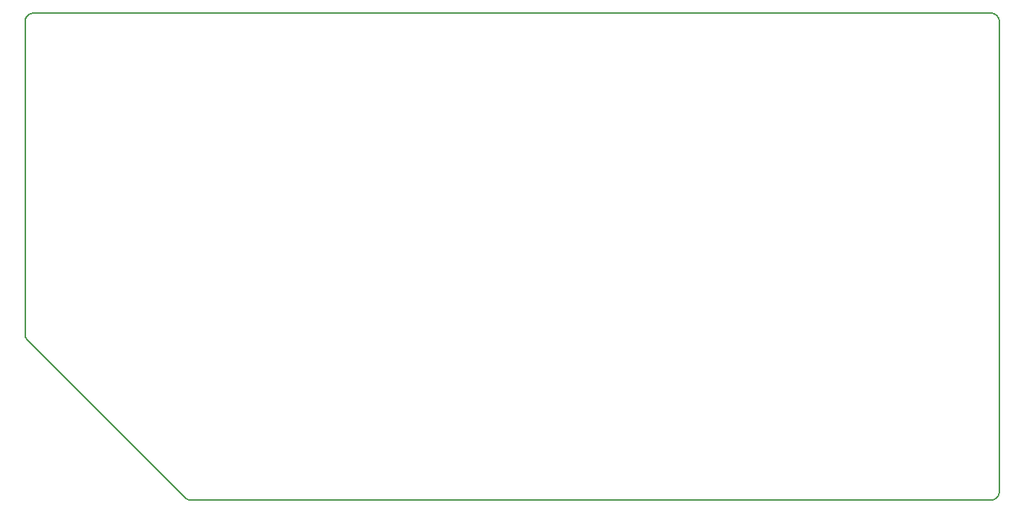
<source format=gbr>
%TF.GenerationSoftware,KiCad,Pcbnew,(6.0.4)*%
%TF.CreationDate,2022-10-08T16:53:47+11:00*%
%TF.ProjectId,bevel,62657665-6c2e-46b6-9963-61645f706362,v1.0.0*%
%TF.SameCoordinates,Original*%
%TF.FileFunction,Profile,NP*%
%FSLAX46Y46*%
G04 Gerber Fmt 4.6, Leading zero omitted, Abs format (unit mm)*
G04 Created by KiCad (PCBNEW (6.0.4)) date 2022-10-08 16:53:47*
%MOMM*%
%LPD*%
G01*
G04 APERTURE LIST*
%TA.AperFunction,Profile*%
%ADD10C,0.150000*%
%TD*%
G04 APERTURE END LIST*
D10*
X126000000Y-68000000D02*
X126000000Y-13000000D01*
X31414214Y-69000000D02*
X125000000Y-69000000D01*
X126000000Y-13000000D02*
G75*
G03*
X125000000Y-12000000I-1000000J0D01*
G01*
X30707121Y-68707093D02*
G75*
G03*
X31414214Y-69000000I707079J706993D01*
G01*
X12000010Y-49585786D02*
G75*
G03*
X12292893Y-50292893I999990J-14D01*
G01*
X125000000Y-69000000D02*
G75*
G03*
X126000000Y-68000000I0J1000000D01*
G01*
X12292893Y-50292893D02*
X30707107Y-68707107D01*
X13000000Y-12000000D02*
X125000000Y-12000000D01*
X13000000Y-12000000D02*
G75*
G03*
X12000000Y-13000000I0J-1000000D01*
G01*
X12000000Y-13000000D02*
X12000000Y-49585786D01*
M02*

</source>
